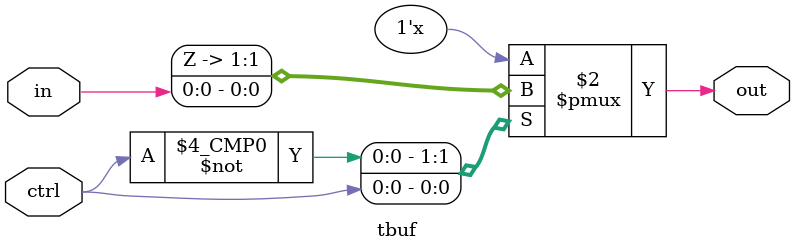
<source format=v>
`timescale 1ns/1ps
module tbuf(in,ctrl,out);
input in,ctrl;
output out;
reg out;
always@(*)
begin
case(ctrl)
1'b0:  out=1'bz;
1'b1:  out=in;
endcase
end
endmodule
/*
//testbench
module tb_tbuf;
reg in,ctrl;
wire out;
tbuf tb(.in(in),.ctrl(ctrl),.out(out));
initial begin
$dumpfile("tbuf.vcd");
$dumpvars(2,tb_tbuf);
end
initial begin
$monitor("in=%b | ctrl=%b |out=%b",in,ctrl,out);
in=1'b0; ctrl=1'b0;
#2 in=1'b0; ctrl=1'b1;
#2 in=1'b1; ctrl=1'b0;
#2 in=1'b1; ctrl=1'b1;
#2 in=1'b0; ctrl=1'b0;
end
endmodule
*/

</source>
